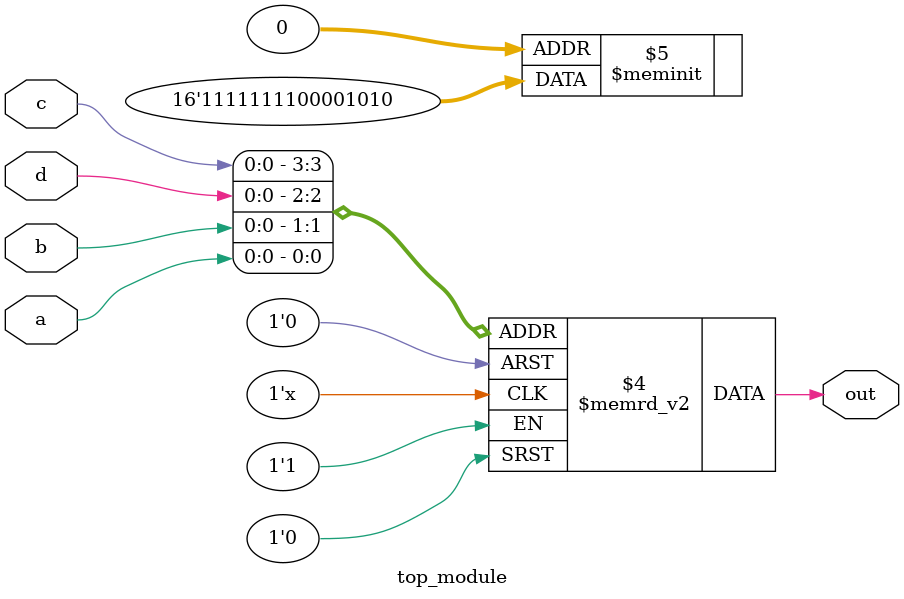
<source format=sv>
module top_module (
    input a, 
    input b,
    input c,
    input d,
    output reg out
);

always @(*) begin
    case ({c, d, b, a})
        4'b0000: out = 'b0; // c=0, d=0, b=0, a=0
        4'b0001: out = 'b1; // c=0, d=0, b=0, a=1
        4'b0010: out = 'b0; // c=0, d=0, b=1, a=0
        4'b0011: out = 'b1; // c=0, d=0, b=1, a=1
        4'b0100: out = 'b0; // c=0, d=1, b=0, a=0
        4'b0101: out = 'b0; // c=0, d=1, b=0, a=1
        4'b0110: out = 'b0; // c=0, d=1, b=1, a=0
        4'b0111: out = 'b0; // c=0, d=1, b=1, a=1
        4'b1000: out = 'b1; // c=1, d=0, b=0, a=0
        4'b1001: out = 'b1; // c=1, d=0, b=0, a=1
        4'b1010: out = 'b1; // c=1, d=0, b=1, a=0
        4'b1011: out = 'b1; // c=1, d=0, b=1, a=1
        4'b1100: out = 'b1; // c=1, d=1, b=0, a=0
        4'b1101: out = 'b1; // c=1, d=1, b=0, a=1
        4'b1110: out = 'b1; // c=1, d=1, b=1, a=0
        4'b1111: out = 'b1; // c=1, d=1, b=1, a=1
        default: out = 'b0; // default case
    endcase
end

endmodule

</source>
